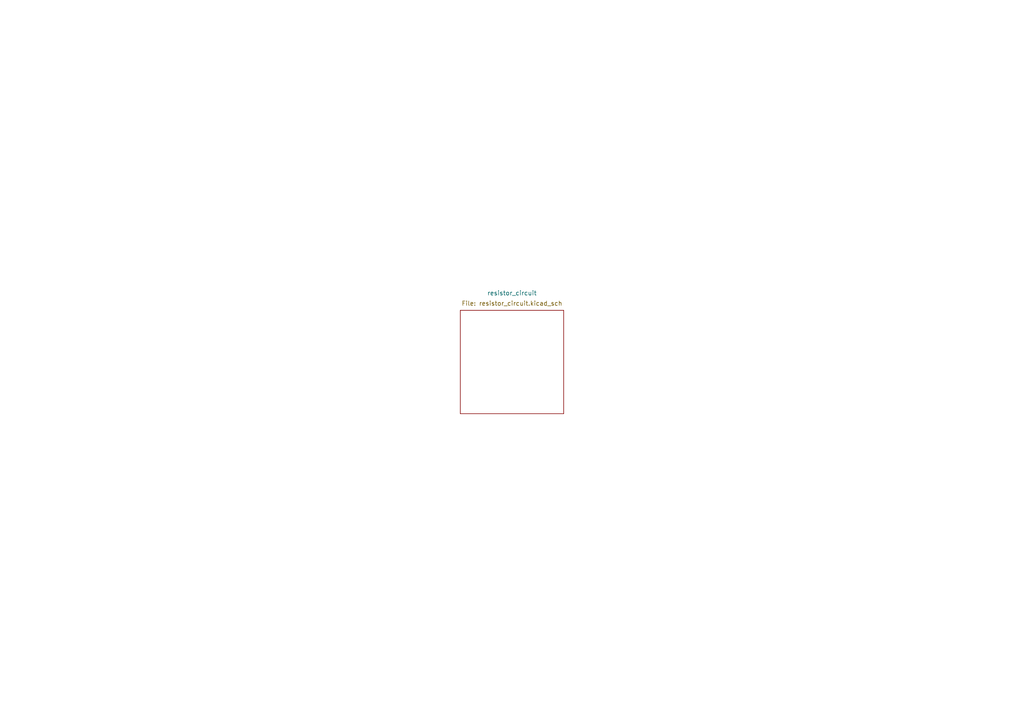
<source format=kicad_sch>
(kicad_sch (version 20231120) (generator eeschema)

  (uuid ff77c7e9-6b5b-4f2b-81ea-0c55f2f4cbfb)

  (paper "A4")
  (lib_symbols)

  (sheet (at 133.5 90.0) (size 30 30)
    (stroke (width 0.0))
    (fill (color 0 0 0 0))
    (property "Sheet name" "resistor_circuit" (at 148.5 85.0 0))
    (property "Sheet file" "resistor_circuit.kicad_sch" (at 148.5 88.0 0))
  )
)

</source>
